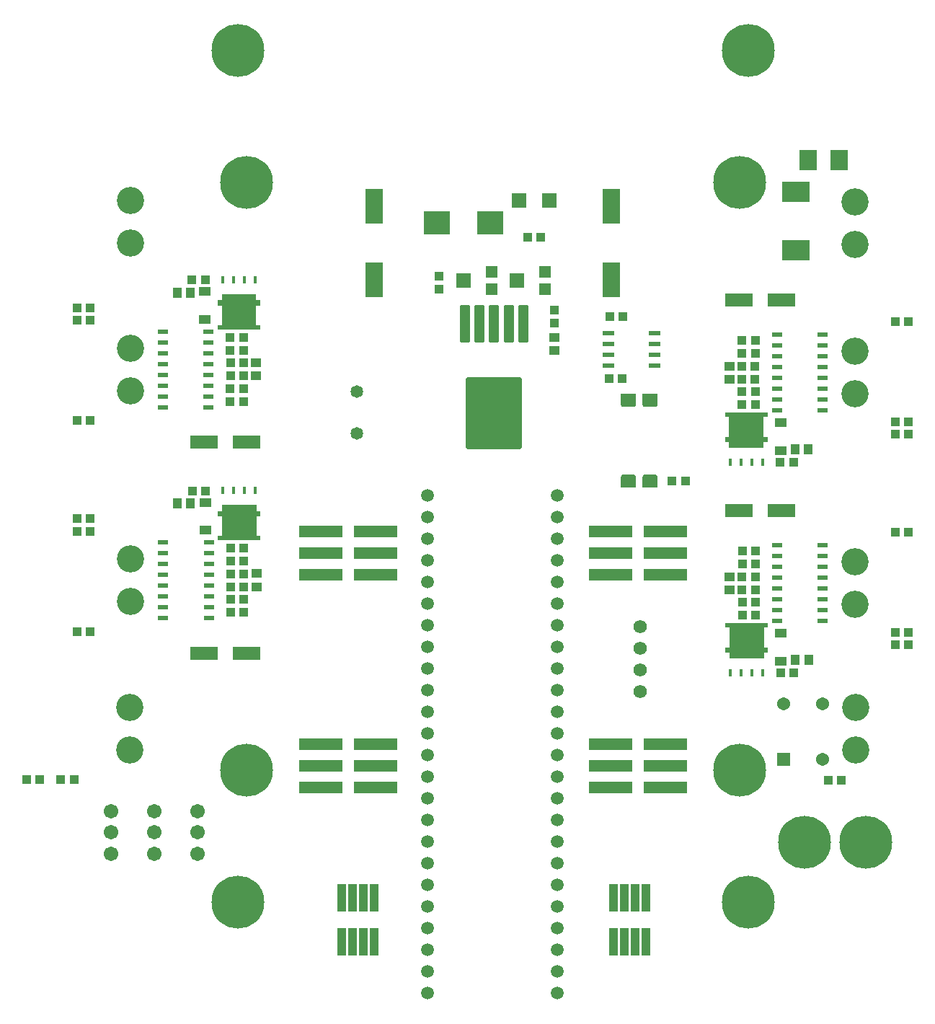
<source format=gbr>
G04*
G04 #@! TF.GenerationSoftware,Altium Limited,Altium Designer,25.4.2 (15)*
G04*
G04 Layer_Color=8388736*
%FSLAX44Y44*%
%MOMM*%
G71*
G04*
G04 #@! TF.SameCoordinates,CE8B7503-BC5D-454C-BBEA-07EE3AA0370F*
G04*
G04*
G04 #@! TF.FilePolarity,Negative*
G04*
G01*
G75*
%ADD24R,1.4605X0.5588*%
%ADD30R,3.2000X1.6000*%
%ADD31R,1.2500X0.5500*%
%ADD32R,0.4100X0.8200*%
%ADD33C,3.6549*%
%ADD35R,2.0000X4.1000*%
%ADD40R,1.7000X1.6800*%
%ADD41C,1.3680*%
%ADD42R,1.0532X1.1032*%
%ADD43R,3.1532X2.8032*%
%ADD44R,1.0032X3.2032*%
%ADD45R,5.2032X1.4532*%
%ADD46R,3.3232X2.4932*%
%ADD47R,2.1532X2.4532*%
%ADD48R,1.1032X1.0532*%
%ADD49R,1.1532X1.1032*%
%ADD50R,1.1032X1.1532*%
%ADD51R,1.4232X1.1132*%
G04:AMPARAMS|DCode=52|XSize=6.6032mm|YSize=8.4032mm|CornerRadius=0.1656mm|HoleSize=0mm|Usage=FLASHONLY|Rotation=0.000|XOffset=0mm|YOffset=0mm|HoleType=Round|Shape=RoundedRectangle|*
%AMROUNDEDRECTD52*
21,1,6.6032,8.0720,0,0,0.0*
21,1,6.2720,8.4032,0,0,0.0*
1,1,0.3312,3.1360,-4.0360*
1,1,0.3312,-3.1360,-4.0360*
1,1,0.3312,-3.1360,4.0360*
1,1,0.3312,3.1360,4.0360*
%
%ADD52ROUNDEDRECTD52*%
G04:AMPARAMS|DCode=53|XSize=1.2032mm|YSize=4.3532mm|CornerRadius=0.1516mm|HoleSize=0mm|Usage=FLASHONLY|Rotation=0.000|XOffset=0mm|YOffset=0mm|HoleType=Round|Shape=RoundedRectangle|*
%AMROUNDEDRECTD53*
21,1,1.2032,4.0500,0,0,0.0*
21,1,0.9000,4.3532,0,0,0.0*
1,1,0.3032,0.4500,-2.0250*
1,1,0.3032,-0.4500,-2.0250*
1,1,0.3032,-0.4500,2.0250*
1,1,0.3032,0.4500,2.0250*
%
%ADD53ROUNDEDRECTD53*%
%ADD54R,1.4032X1.4032*%
%ADD55R,1.7032X1.8032*%
%ADD56C,1.5400*%
%ADD57R,1.5400X1.5400*%
%ADD58C,1.5112*%
%ADD59C,1.4832*%
%ADD60C,3.2032*%
%ADD61C,1.7112*%
%ADD62C,1.5732*%
%ADD63C,6.2032*%
G36*
X822055Y1059248D02*
X826750D01*
Y1053148D01*
X822055D01*
Y1030048D01*
X826750D01*
Y1024948D01*
X776750D01*
Y1030048D01*
X781445D01*
Y1053148D01*
X776750D01*
Y1059248D01*
X781445D01*
Y1066348D01*
X822055D01*
Y1059248D01*
D02*
G37*
G36*
X821805Y1306748D02*
X826500D01*
Y1300648D01*
X821805D01*
Y1277548D01*
X826500D01*
Y1272448D01*
X776500D01*
Y1277548D01*
X781195D01*
Y1300648D01*
X776500D01*
Y1306748D01*
X781195D01*
Y1313848D01*
X821805D01*
Y1306748D01*
D02*
G37*
G36*
X1266616Y1101569D02*
X1267319Y1100866D01*
X1267700Y1099947D01*
Y1099450D01*
Y1086750D01*
X1249900D01*
Y1099450D01*
Y1099947D01*
X1250281Y1100866D01*
X1250984Y1101569D01*
X1251903Y1101950D01*
X1265697D01*
X1266616Y1101569D01*
D02*
G37*
G36*
X1267700Y1184550D02*
Y1184053D01*
X1267319Y1183134D01*
X1266616Y1182431D01*
X1265697Y1182050D01*
X1251903D01*
X1250984Y1182431D01*
X1250281Y1183134D01*
X1249900Y1184053D01*
Y1184550D01*
Y1197250D01*
X1267700D01*
Y1184550D01*
D02*
G37*
G36*
X1422750Y922452D02*
X1418055D01*
Y899352D01*
X1422750D01*
Y893252D01*
X1418055D01*
Y886152D01*
X1377445D01*
Y893252D01*
X1372750D01*
Y899352D01*
X1377445D01*
Y922452D01*
X1372750D01*
Y927552D01*
X1422750D01*
Y922452D01*
D02*
G37*
G36*
X1292016Y1101569D02*
X1292719Y1100866D01*
X1293100Y1099947D01*
Y1099450D01*
Y1086750D01*
X1275300D01*
Y1099450D01*
Y1099947D01*
X1275681Y1100866D01*
X1276384Y1101569D01*
X1277303Y1101950D01*
X1291097D01*
X1292016Y1101569D01*
D02*
G37*
G36*
X1293100Y1184550D02*
Y1184053D01*
X1292719Y1183134D01*
X1292016Y1182431D01*
X1291097Y1182050D01*
X1277303D01*
X1276384Y1182431D01*
X1275681Y1183134D01*
X1275300Y1184053D01*
Y1184550D01*
Y1197250D01*
X1293100D01*
Y1184550D01*
D02*
G37*
G36*
X1422500Y1169702D02*
X1417805D01*
Y1146602D01*
X1422500D01*
Y1140502D01*
X1417805D01*
Y1133402D01*
X1377195D01*
Y1140502D01*
X1372500D01*
Y1146602D01*
X1377195D01*
Y1169702D01*
X1372500D01*
Y1174802D01*
X1422500D01*
Y1169702D01*
D02*
G37*
D24*
X1289722Y1268440D02*
D03*
Y1255740D02*
D03*
Y1243040D02*
D03*
Y1230340D02*
D03*
X1235238D02*
D03*
Y1243040D02*
D03*
Y1255740D02*
D03*
Y1268440D02*
D03*
D30*
X810500Y892500D02*
D03*
X760500D02*
D03*
X1389000Y1060000D02*
D03*
X1439000D02*
D03*
X810250Y1140000D02*
D03*
X760250D02*
D03*
X1388750Y1307250D02*
D03*
X1438750D02*
D03*
D31*
X765996Y1022449D02*
D03*
Y1009749D02*
D03*
Y997049D02*
D03*
Y984349D02*
D03*
Y971649D02*
D03*
Y958949D02*
D03*
Y946249D02*
D03*
Y933549D02*
D03*
X712496D02*
D03*
Y946249D02*
D03*
Y958949D02*
D03*
Y971649D02*
D03*
Y984349D02*
D03*
Y997049D02*
D03*
Y1009749D02*
D03*
Y1022449D02*
D03*
X1433504Y930051D02*
D03*
Y942751D02*
D03*
Y955451D02*
D03*
Y968151D02*
D03*
Y980851D02*
D03*
Y993551D02*
D03*
Y1006251D02*
D03*
Y1018951D02*
D03*
X1487004D02*
D03*
Y1006251D02*
D03*
Y993551D02*
D03*
Y980851D02*
D03*
Y968151D02*
D03*
Y955451D02*
D03*
Y942751D02*
D03*
Y930051D02*
D03*
X712246Y1269949D02*
D03*
Y1181049D02*
D03*
X765746D02*
D03*
Y1269949D02*
D03*
Y1219149D02*
D03*
X712246D02*
D03*
Y1231849D02*
D03*
X765746Y1257249D02*
D03*
X712246D02*
D03*
X765746Y1193749D02*
D03*
X712246D02*
D03*
X765746Y1231849D02*
D03*
Y1244549D02*
D03*
Y1206449D02*
D03*
X712246D02*
D03*
Y1244549D02*
D03*
X1433254Y1177301D02*
D03*
Y1190001D02*
D03*
Y1202701D02*
D03*
Y1215401D02*
D03*
Y1228101D02*
D03*
Y1240801D02*
D03*
Y1253501D02*
D03*
Y1266201D02*
D03*
X1486754D02*
D03*
Y1253501D02*
D03*
Y1240801D02*
D03*
Y1228101D02*
D03*
Y1215401D02*
D03*
Y1202701D02*
D03*
Y1190001D02*
D03*
Y1177301D02*
D03*
D32*
X782700Y1083348D02*
D03*
X795400D02*
D03*
X808100D02*
D03*
X820800D02*
D03*
X1416800Y869152D02*
D03*
X1404100D02*
D03*
X1391400D02*
D03*
X1378700D02*
D03*
X820550Y1330848D02*
D03*
X807850D02*
D03*
X795150D02*
D03*
X782450D02*
D03*
X1416550Y1116402D02*
D03*
X1403850D02*
D03*
X1391150D02*
D03*
X1378450D02*
D03*
D33*
X801750Y1045500D02*
D03*
X1397750Y907000D02*
D03*
X801500Y1293000D02*
D03*
X1397500Y1154250D02*
D03*
D35*
X960200Y1330350D02*
D03*
Y1417350D02*
D03*
X1239200D02*
D03*
Y1330350D02*
D03*
D40*
X1166100Y1423850D02*
D03*
X1130300D02*
D03*
D41*
X1258800Y1189650D02*
D03*
X1284200D02*
D03*
Y1094350D02*
D03*
X1258800D02*
D03*
D42*
X1493250Y743000D02*
D03*
X1508750D02*
D03*
X552250Y744000D02*
D03*
X567750D02*
D03*
X1236250Y1215000D02*
D03*
X1251750D02*
D03*
X1140450Y1380350D02*
D03*
X1155950D02*
D03*
X1236750Y1287500D02*
D03*
X1252250D02*
D03*
X1325750Y1094500D02*
D03*
X1310250D02*
D03*
X611250Y1298000D02*
D03*
X626750D02*
D03*
X746250Y1330500D02*
D03*
X761750D02*
D03*
X807000Y1218000D02*
D03*
X791500D02*
D03*
X807000Y1233000D02*
D03*
X791500D02*
D03*
X806750Y1248000D02*
D03*
X791250D02*
D03*
X806750Y1203000D02*
D03*
X791250D02*
D03*
X806750Y1188000D02*
D03*
X791250D02*
D03*
X806750Y1263000D02*
D03*
X791250D02*
D03*
X1392250Y1184250D02*
D03*
X1407750D02*
D03*
X807000Y1015500D02*
D03*
X791500D02*
D03*
X1392500Y937000D02*
D03*
X1408000D02*
D03*
X1392250Y1259250D02*
D03*
X1407750D02*
D03*
X807000Y940500D02*
D03*
X791500D02*
D03*
X1392500Y1012000D02*
D03*
X1408000D02*
D03*
X1392250Y1244250D02*
D03*
X1407750D02*
D03*
X807000Y955500D02*
D03*
X791500D02*
D03*
X1392500Y997000D02*
D03*
X1408000D02*
D03*
X1392250Y1199250D02*
D03*
X1407750D02*
D03*
X807000Y1000500D02*
D03*
X791500D02*
D03*
X1392500Y952000D02*
D03*
X1408000D02*
D03*
X1392000Y1214250D02*
D03*
X1407500D02*
D03*
X807250Y985500D02*
D03*
X791750D02*
D03*
X1392250Y967000D02*
D03*
X1407750D02*
D03*
X1392000Y1229250D02*
D03*
X1407500D02*
D03*
X807250Y970500D02*
D03*
X791750D02*
D03*
X1392250Y982000D02*
D03*
X1407750D02*
D03*
X1452750Y1116750D02*
D03*
X1437250D02*
D03*
X746500Y1083000D02*
D03*
X762000D02*
D03*
X1453000Y869500D02*
D03*
X1437500D02*
D03*
X1587750Y1149250D02*
D03*
X1572250D02*
D03*
X611500Y1050500D02*
D03*
X627000D02*
D03*
X1588000Y902000D02*
D03*
X1572500D02*
D03*
X611239Y1165413D02*
D03*
X626739D02*
D03*
X626761Y1283087D02*
D03*
X611261D02*
D03*
X1572239Y1164163D02*
D03*
X1587739D02*
D03*
X627011Y1035587D02*
D03*
X611511D02*
D03*
X1572489Y916913D02*
D03*
X1587989D02*
D03*
X1587761Y1281837D02*
D03*
X1572261D02*
D03*
X611489Y917913D02*
D03*
X626989D02*
D03*
X1588011Y1034587D02*
D03*
X1572511D02*
D03*
X607761Y744087D02*
D03*
X592261D02*
D03*
D43*
X1096200Y1397850D02*
D03*
X1034200D02*
D03*
D44*
X922450Y605360D02*
D03*
X935150D02*
D03*
X947850D02*
D03*
X960550D02*
D03*
X922450Y553640D02*
D03*
X935150D02*
D03*
X947850D02*
D03*
X960550D02*
D03*
X1279050Y553140D02*
D03*
X1266350D02*
D03*
X1253650D02*
D03*
X1240950D02*
D03*
X1279050Y604860D02*
D03*
X1266350D02*
D03*
X1253650D02*
D03*
X1240950D02*
D03*
D45*
X1302500Y1035400D02*
D03*
Y984600D02*
D03*
Y1010000D02*
D03*
X1237750Y984600D02*
D03*
Y1010000D02*
D03*
Y1035400D02*
D03*
X1302500Y785400D02*
D03*
Y734600D02*
D03*
Y760000D02*
D03*
X1237750Y734600D02*
D03*
Y760000D02*
D03*
Y785400D02*
D03*
X897500Y734600D02*
D03*
Y785400D02*
D03*
Y760000D02*
D03*
X962250Y785400D02*
D03*
Y760000D02*
D03*
Y734600D02*
D03*
X897500Y984600D02*
D03*
Y1035400D02*
D03*
Y1010000D02*
D03*
X962250Y1035400D02*
D03*
Y1010000D02*
D03*
Y984600D02*
D03*
D46*
X1455500Y1365200D02*
D03*
Y1433800D02*
D03*
D47*
X1470000Y1471000D02*
D03*
X1506000D02*
D03*
D48*
X1036500Y1319750D02*
D03*
Y1335250D02*
D03*
X1172200Y1279600D02*
D03*
Y1295100D02*
D03*
D49*
Y1263100D02*
D03*
Y1247600D02*
D03*
X821750Y1233250D02*
D03*
Y1217750D02*
D03*
X1377250Y1214000D02*
D03*
Y1229500D02*
D03*
X822000Y985750D02*
D03*
Y970250D02*
D03*
X1377500Y966750D02*
D03*
Y982250D02*
D03*
D50*
X728750Y1315500D02*
D03*
X744250D02*
D03*
X1470250Y1131750D02*
D03*
X1454750D02*
D03*
X729000Y1068000D02*
D03*
X744500D02*
D03*
X1470500Y884500D02*
D03*
X1455000D02*
D03*
D51*
X761750Y1069350D02*
D03*
Y1036650D02*
D03*
X1437750Y883150D02*
D03*
Y915850D02*
D03*
X761500Y1284150D02*
D03*
Y1316850D02*
D03*
X1437500Y1130400D02*
D03*
Y1163100D02*
D03*
D52*
X1101200Y1174350D02*
D03*
D53*
X1135200Y1278850D02*
D03*
X1118200D02*
D03*
X1084200D02*
D03*
X1067200D02*
D03*
X1101200D02*
D03*
D54*
X1098000Y1340000D02*
D03*
Y1320000D02*
D03*
X1160500Y1340000D02*
D03*
Y1320000D02*
D03*
D55*
X1065500Y1330000D02*
D03*
X1128000D02*
D03*
D56*
X1486500Y832500D02*
D03*
Y767500D02*
D03*
X1441500Y832500D02*
D03*
D57*
Y767500D02*
D03*
D58*
X1175500Y493200D02*
D03*
Y518600D02*
D03*
X1023100Y848800D02*
D03*
X1175500Y544000D02*
D03*
Y569400D02*
D03*
Y594800D02*
D03*
Y620200D02*
D03*
Y645600D02*
D03*
Y671000D02*
D03*
Y696400D02*
D03*
Y721800D02*
D03*
Y747200D02*
D03*
Y772600D02*
D03*
Y798000D02*
D03*
Y823400D02*
D03*
X1023100D02*
D03*
Y798000D02*
D03*
Y772600D02*
D03*
Y747200D02*
D03*
Y721800D02*
D03*
Y696400D02*
D03*
Y671000D02*
D03*
Y645600D02*
D03*
Y620200D02*
D03*
Y594800D02*
D03*
Y569400D02*
D03*
Y544000D02*
D03*
Y518600D02*
D03*
Y493200D02*
D03*
X1175500Y874200D02*
D03*
Y899600D02*
D03*
Y925000D02*
D03*
Y950400D02*
D03*
Y975800D02*
D03*
Y1001200D02*
D03*
Y1026600D02*
D03*
Y1052000D02*
D03*
Y1077400D02*
D03*
X1023100D02*
D03*
Y1052000D02*
D03*
Y1026600D02*
D03*
Y1001200D02*
D03*
Y975800D02*
D03*
Y950400D02*
D03*
Y925000D02*
D03*
Y899600D02*
D03*
Y874200D02*
D03*
X1175500Y848800D02*
D03*
D59*
X940000Y1199130D02*
D03*
Y1150000D02*
D03*
D60*
X674000Y1374000D02*
D03*
Y1424000D02*
D03*
X1526000Y829000D02*
D03*
Y779000D02*
D03*
X1525000Y1372000D02*
D03*
Y1422000D02*
D03*
X674000Y1250500D02*
D03*
Y1200500D02*
D03*
X1525000Y1246750D02*
D03*
Y1196750D02*
D03*
X674250Y1003000D02*
D03*
Y953000D02*
D03*
X1525250Y999500D02*
D03*
Y949500D02*
D03*
X673000Y829000D02*
D03*
Y779000D02*
D03*
D61*
X651000Y707000D02*
D03*
Y657000D02*
D03*
X651000Y682000D02*
D03*
X702000Y707000D02*
D03*
Y657000D02*
D03*
X702000Y682000D02*
D03*
X753000Y707000D02*
D03*
Y657000D02*
D03*
X753000Y682000D02*
D03*
D62*
X1273000Y923400D02*
D03*
Y847200D02*
D03*
Y872600D02*
D03*
Y898000D02*
D03*
D63*
X1466000Y670000D02*
D03*
X1538000D02*
D03*
X800000Y600000D02*
D03*
X810470Y754950D02*
D03*
Y1445050D02*
D03*
X800000Y1600000D02*
D03*
X1400000D02*
D03*
X1389530Y1445050D02*
D03*
X1400000Y600000D02*
D03*
X1389824Y754787D02*
D03*
M02*

</source>
